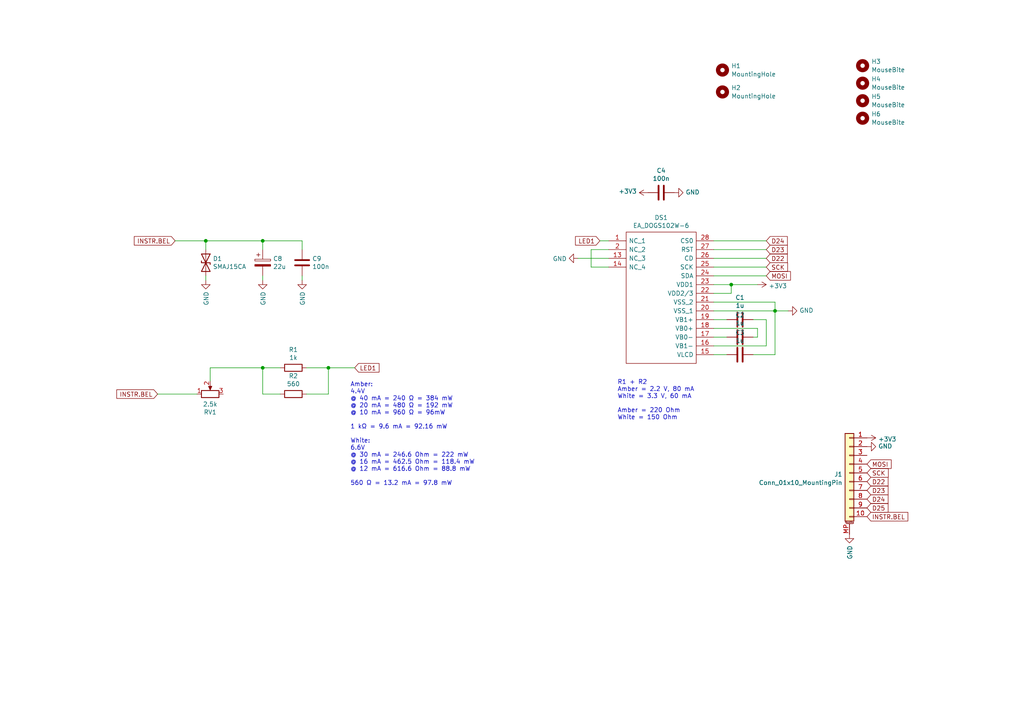
<source format=kicad_sch>
(kicad_sch (version 20230121) (generator eeschema)
  (paper "A4")
  (title_block (title "DOGS102") (date "2022-04-11") (rev "0.9.1") (company "fiz-o-matic.net"))
  (lib_symbols
    (symbol "Connector_Generic_MountingPin:Conn_01x10_MountingPin" (pin_names (offset 1.016) hide)
      (property "Reference" "J" (at 0 12.7 0))
      (property "Value" "Conn_01x10_MountingPin" (at 1.27 -15.24 0))
      (symbol "Conn_01x10_MountingPin_1_1"
        (rectangle (start -1.27 -12.573) (end 0 -12.827) (stroke (width 0.1524)))
        (rectangle (start -1.27 -10.033) (end 0 -10.287) (stroke (width 0.1524)))
        (rectangle (start -1.27 -7.493) (end 0 -7.747) (stroke (width 0.1524)))
        (rectangle (start -1.27 -4.953) (end 0 -5.207) (stroke (width 0.1524)))
        (rectangle (start -1.27 -2.413) (end 0 -2.667) (stroke (width 0.1524)))
        (rectangle (start -1.27 0.127) (end 0 -0.127) (stroke (width 0.1524)))
        (rectangle (start -1.27 2.667) (end 0 2.413) (stroke (width 0.1524)))
        (rectangle (start -1.27 5.207) (end 0 4.953) (stroke (width 0.1524)))
        (rectangle (start -1.27 7.747) (end 0 7.493) (stroke (width 0.1524)))
        (rectangle (start -1.27 10.287) (end 0 10.033) (stroke (width 0.1524)))
        (rectangle (start -1.27 11.43) (end 1.27 -13.97) (stroke (width 0.254)) (fill (type background)))
        (polyline (pts (xy -1.016 -14.732) (xy 1.016 -14.732)) (stroke (width 0.1524)))
        (text "Mounting" (at 0 -14.351 0) (effects (font (size 0.381 0.381))))
        (pin passive line (at -5.08 10.16 0) (length 3.81) (name "Pin_1") (number "1"))
        (pin passive line (at -5.08 -12.7 0) (length 3.81) (name "Pin_10") (number "10"))
        (pin passive line (at -5.08 7.62 0) (length 3.81) (name "Pin_2") (number "2"))
        (pin passive line (at -5.08 5.08 0) (length 3.81) (name "Pin_3") (number "3"))
        (pin passive line (at -5.08 2.54 0) (length 3.81) (name "Pin_4") (number "4"))
        (pin passive line (at -5.08 0 0) (length 3.81) (name "Pin_5") (number "5"))
        (pin passive line (at -5.08 -2.54 0) (length 3.81) (name "Pin_6") (number "6"))
        (pin passive line (at -5.08 -5.08 0) (length 3.81) (name "Pin_7") (number "7"))
        (pin passive line (at -5.08 -7.62 0) (length 3.81) (name "Pin_8") (number "8"))
        (pin passive line (at -5.08 -10.16 0) (length 3.81) (name "Pin_9") (number "9"))
        (pin passive line (at 0 -17.78 90) (length 3.048) (name "MountPin") (number "MP"))
      )
    )
    (symbol "Device:C" (pin_numbers hide) (pin_names (offset 0.254))
      (property "Reference" "C" (at 0.635 2.54 0))
      (property "Value" "C" (at 0.635 -2.54 0))
      (symbol "C_0_1"
        (polyline (pts (xy -2.032 -0.762) (xy 2.032 -0.762)) (stroke (width 0.508)))
        (polyline (pts (xy -2.032 0.762) (xy 2.032 0.762)) (stroke (width 0.508)))
      )
      (symbol "C_1_1"
        (pin passive line (at 0 3.81 270) (length 2.794) (name "~") (number "1"))
        (pin passive line (at 0 -3.81 90) (length 2.794) (name "~") (number "2"))
      )
    )
    (symbol "Device:D_TVS" (pin_numbers hide) (pin_names (offset 1.016) hide)
      (property "Reference" "D" (at 0 2.54 0))
      (property "Value" "D_TVS" (at 0 -2.54 0))
      (symbol "D_TVS_0_1"
        (polyline (pts (xy 1.27 0) (xy -1.27 0)))
        (polyline (pts (xy 0.508 1.27) (xy 0 1.27) (xy 0 -1.27) (xy -0.508 -1.27)) (stroke (width 0.254)))
        (polyline (pts (xy -2.54 1.27) (xy -2.54 -1.27) (xy 2.54 1.27) (xy 2.54 -1.27) (xy -2.54 1.27)) (stroke (width 0.254)))
      )
      (symbol "D_TVS_1_1"
        (pin passive line (at -3.81 0 0) (length 2.54) (name "A1") (number "1"))
        (pin passive line (at 3.81 0 180) (length 2.54) (name "A2") (number "2"))
      )
    )
    (symbol "Device:R" (pin_numbers hide) (pin_names (offset 0))
      (property "Reference" "R" (at 2.032 0 90))
      (property "Value" "R" (at 0 0 90))
      (symbol "R_0_1"
        (rectangle (start -1.016 -2.54) (end 1.016 2.54) (stroke (width 0.254)))
      )
      (symbol "R_1_1"
        (pin passive line (at 0 3.81 270) (length 1.27) (name "~") (number "1"))
        (pin passive line (at 0 -3.81 90) (length 1.27) (name "~") (number "2"))
      )
    )
    (symbol "Mechanical:MountingHole" (pin_names (offset 1.016))
      (property "Reference" "H" (at 0 5.08 0))
      (property "Value" "MountingHole" (at 0 3.175 0))
      (symbol "MountingHole_0_1"
        (circle (center 0 0) (radius 1.27) (stroke (width 1.27)))
      )
    )
    (symbol "dogs102-rescue:+3.3V-power" (power) (pin_names (offset 0))
      (property "Value" "+3.3V-power" (at 0 3.556 0))
      (symbol "+3.3V-power_0_1"
        (polyline (pts (xy -0.762 1.27) (xy 0 2.54)))
        (polyline (pts (xy 0 0) (xy 0 2.54)))
        (polyline (pts (xy 0 2.54) (xy 0.762 1.27)))
      )
      (symbol "+3.3V-power_1_1"
        (pin power_in line (at 0 0 90) (length 0) hide (name "+3V3") (number "1"))
      )
    )
    (symbol "dogs102-rescue:CP-Device" (pin_numbers hide) (pin_names (offset 0.254))
      (property "Reference" "C" (at 0.635 2.54 0))
      (property "Value" "Device_CP" (at 0.635 -2.54 0))
      (symbol "CP-Device_0_1"
        (rectangle (start -2.286 0.508) (end 2.286 1.016))
        (polyline (pts (xy -1.778 2.286) (xy -0.762 2.286)))
        (polyline (pts (xy -1.27 2.794) (xy -1.27 1.778)))
        (rectangle (start 2.286 -0.508) (end -2.286 -1.016) (fill (type outline)))
      )
      (symbol "CP-Device_1_1"
        (pin passive line (at 0 3.81 270) (length 2.794) (name "~") (number "1"))
        (pin passive line (at 0 -3.81 90) (length 2.794) (name "~") (number "2"))
      )
    )
    (symbol "dogs102-rescue:EA_DOGS102W-6-dogs102_n" (pin_names (offset 0.762))
      (property "Reference" "DS" (at 26.67 7.62 0))
      (property "Value" "EA_DOGS102W-6-dogs102_n" (at 26.67 5.08 0))
      (symbol "EA_DOGS102W-6-dogs102_n_0_0"
        (pin unspecified line (at 0 0 0) (length 5.08) (name "NC_1") (number "1"))
        (pin unspecified line (at 0 -5.08 0) (length 5.08) (name "NC_3") (number "13"))
        (pin unspecified line (at 0 -7.62 0) (length 5.08) (name "NC_4") (number "14"))
        (pin unspecified line (at 30.48 -33.02 180) (length 5.08) (name "VLCD") (number "15"))
        (pin unspecified line (at 30.48 -30.48 180) (length 5.08) (name "VB1-") (number "16"))
        (pin unspecified line (at 30.48 -27.94 180) (length 5.08) (name "VB0-") (number "17"))
        (pin unspecified line (at 30.48 -25.4 180) (length 5.08) (name "VB0+") (number "18"))
        (pin unspecified line (at 30.48 -22.86 180) (length 5.08) (name "VB1+") (number "19"))
        (pin unspecified line (at 0 -2.54 0) (length 5.08) (name "NC_2") (number "2"))
        (pin unspecified line (at 30.48 -20.32 180) (length 5.08) (name "VSS_1") (number "20"))
        (pin unspecified line (at 30.48 -17.78 180) (length 5.08) (name "VSS_2") (number "21"))
        (pin unspecified line (at 30.48 -15.24 180) (length 5.08) (name "VDD2/3") (number "22"))
        (pin unspecified line (at 30.48 -12.7 180) (length 5.08) (name "VDD1") (number "23"))
        (pin unspecified line (at 30.48 -10.16 180) (length 5.08) (name "SDA") (number "24"))
        (pin unspecified line (at 30.48 -7.62 180) (length 5.08) (name "SCK") (number "25"))
        (pin unspecified line (at 30.48 -5.08 180) (length 5.08) (name "CD") (number "26"))
        (pin unspecified line (at 30.48 -2.54 180) (length 5.08) (name "RST") (number "27"))
        (pin unspecified line (at 30.48 0 180) (length 5.08) (name "CS0") (number "28"))
      )
      (symbol "EA_DOGS102W-6-dogs102_n_0_1"
        (polyline (pts (xy 5.08 2.54) (xy 25.4 2.54) (xy 25.4 -35.56) (xy 5.08 -35.56) (xy 5.08 2.54)) (stroke (width 0.1524)))
      )
    )
    (symbol "dogs102-rescue:R_POT-Device" (pin_names (offset 1.016) hide)
      (property "Reference" "RV" (at -4.445 0 90))
      (property "Value" "Device_R_POT" (at -2.54 0 90))
      (symbol "R_POT-Device_0_1"
        (polyline (pts (xy 2.54 0) (xy 1.524 0)))
        (polyline (pts (xy 1.143 0) (xy 2.286 0.508) (xy 2.286 -0.508) (xy 1.143 0)) (fill (type outline)))
        (rectangle (start 1.016 2.54) (end -1.016 -2.54) (stroke (width 0.254)))
      )
      (symbol "R_POT-Device_1_1"
        (pin passive line (at 0 3.81 270) (length 1.27) (name "1") (number "1"))
        (pin passive line (at 3.81 0 180) (length 1.27) (name "2") (number "2"))
        (pin passive line (at 0 -3.81 90) (length 1.27) (name "3") (number "3"))
      )
    )
    (symbol "dogs102:DINA4_L" (pin_numbers hide) (pin_names (offset 1.016) hide)
      (symbol "DINA4_L_2_0"
        (polyline (pts (xy 0 0) (xy 0 5.08)))
        (polyline (pts (xy 0 0) (xy 71.12 0)))
        (polyline (pts (xy 0 5.08) (xy 0 15.24)))
        (polyline (pts (xy 0 5.08) (xy 71.12 5.08)))
        (polyline (pts (xy 0 15.24) (xy 0 22.86)))
        (polyline (pts (xy 0 22.86) (xy 0 35.56)))
        (polyline (pts (xy 0 22.86) (xy 101.6 22.86)))
        (polyline (pts (xy 71.12 0) (xy 101.6 0)))
        (polyline (pts (xy 71.12 5.08) (xy 71.12 0)))
        (polyline (pts (xy 71.12 5.08) (xy 87.63 5.08)))
        (polyline (pts (xy 87.63 5.08) (xy 101.6 5.08)))
        (polyline (pts (xy 87.63 15.24) (xy 0 15.24)))
        (polyline (pts (xy 87.63 15.24) (xy 87.63 5.08)))
        (polyline (pts (xy 101.6 5.08) (xy 101.6 0)))
        (polyline (pts (xy 101.6 15.24) (xy 87.63 15.24)))
        (polyline (pts (xy 101.6 15.24) (xy 101.6 5.08)))
        (polyline (pts (xy 101.6 22.86) (xy 101.6 15.24)))
        (polyline (pts (xy 101.6 35.56) (xy 0 35.56)))
        (polyline (pts (xy 101.6 35.56) (xy 101.6 22.86)))
        (text ">DRAWING_NAME" (at 30.48 20.066 0) (effects (font (size 2.032 2.032))))
        (text ">LAST_DATE_TIME" (at 27.3558 2.286 0) (effects (font (size 2.032 2.032))))
        (text ">SHEET" (at 92.2274 2.286 0) (effects (font (size 2.032 2.032))))
        (text "Date:" (at 6.1468 2.286 0) (effects (font (size 2.032 2.032))))
        (text "Document Number:" (at 16.9164 12.446 0) (effects (font (size 2.032 2.032))))
        (text "REV:" (at 92.8116 12.446 0) (effects (font (size 2.032 2.032))))
        (text "Sheet:" (at 78.2574 2.286 0) (effects (font (size 2.032 2.032))))
        (text "TITLE:" (at 7.1374 20.066 0) (effects (font (size 2.032 2.032))))
      )
    )
    (symbol "power:GND" (power) (pin_names (offset 0))
      (property "Value" "GND" (at 0 -3.81 0))
      (symbol "GND_0_1"
        (polyline (pts (xy 0 0) (xy 0 -1.27) (xy 1.27 -1.27) (xy 0 -2.54) (xy -1.27 -1.27) (xy 0 -1.27)))
      )
      (symbol "GND_1_1"
        (pin power_in line (at 0 0 270) (length 0) hide (name "GND") (number "1"))
      )
    )
  )
  (junction (at 59.69 69.85))
  (junction (at 95.25 106.68))
  (junction (at 212.09 82.55))
  (junction (at 76.2 106.68))
  (junction (at 76.2 69.85))
  (junction (at 224.79 90.17))
  (wire (pts (xy 207.01 82.55) (xy 212.09 82.55)))
  (wire (pts (xy 87.63 69.85) (xy 87.63 72.39)))
  (wire (pts (xy 76.2 69.85) (xy 87.63 69.85)))
  (wire (pts (xy 219.71 95.25) (xy 207.01 95.25)))
  (wire (pts (xy 212.09 85.09) (xy 212.09 82.55)))
  (wire (pts (xy 87.63 80.01) (xy 87.63 81.28)))
  (wire (pts (xy 222.25 100.33) (xy 222.25 92.71)))
  (wire (pts (xy 207.01 100.33) (xy 222.25 100.33)))
  (wire (pts (xy 207.01 90.17) (xy 224.79 90.17)))
  (wire (pts (xy 171.45 77.47) (xy 171.45 72.39)))
  (wire (pts (xy 59.69 80.01) (xy 59.69 81.28)))
  (wire (pts (xy 60.96 106.68) (xy 76.2 106.68)))
  (wire (pts (xy 171.45 72.39) (xy 176.53 72.39)))
  (wire (pts (xy 76.2 106.68) (xy 81.28 106.68)))
  (wire (pts (xy 224.79 87.63) (xy 224.79 90.17)))
  (wire (pts (xy 76.2 80.01) (xy 76.2 81.28)))
  (wire (pts (xy 59.69 69.85) (xy 76.2 69.85)))
  (wire (pts (xy 60.96 106.68) (xy 60.96 110.49)))
  (wire (pts (xy 224.79 90.17) (xy 224.79 102.87)))
  (wire (pts (xy 95.25 114.3) (xy 95.25 106.68)))
  (wire (pts (xy 218.44 97.79) (xy 219.71 97.79)))
  (wire (pts (xy 167.64 74.93) (xy 176.53 74.93)))
  (wire (pts (xy 95.25 106.68) (xy 102.87 106.68)))
  (wire (pts (xy 171.45 77.47) (xy 176.53 77.47)))
  (wire (pts (xy 207.01 72.39) (xy 222.25 72.39)))
  (wire (pts (xy 207.01 92.71) (xy 210.82 92.71)))
  (wire (pts (xy 76.2 69.85) (xy 76.2 72.39)))
  (wire (pts (xy 45.72 114.3) (xy 57.15 114.3)))
  (wire (pts (xy 207.01 97.79) (xy 210.82 97.79)))
  (wire (pts (xy 50.8 69.85) (xy 59.69 69.85)))
  (wire (pts (xy 207.01 77.47) (xy 222.25 77.47)))
  (wire (pts (xy 207.01 85.09) (xy 212.09 85.09)))
  (wire (pts (xy 224.79 102.87) (xy 218.44 102.87)))
  (wire (pts (xy 219.71 97.79) (xy 219.71 95.25)))
  (wire (pts (xy 207.01 80.01) (xy 222.25 80.01)))
  (wire (pts (xy 76.2 114.3) (xy 76.2 106.68)))
  (wire (pts (xy 88.9 106.68) (xy 95.25 106.68)))
  (wire (pts (xy 173.99 69.85) (xy 176.53 69.85)))
  (wire (pts (xy 88.9 114.3) (xy 95.25 114.3)))
  (wire (pts (xy 207.01 102.87) (xy 210.82 102.87)))
  (wire (pts (xy 81.28 114.3) (xy 76.2 114.3)))
  (wire (pts (xy 222.25 92.71) (xy 218.44 92.71)))
  (wire (pts (xy 224.79 90.17) (xy 228.6 90.17)))
  (wire (pts (xy 207.01 87.63) (xy 224.79 87.63)))
  (wire (pts (xy 212.09 82.55) (xy 219.71 82.55)))
  (wire (pts (xy 207.01 69.85) (xy 222.25 69.85)))
  (wire (pts (xy 207.01 74.93) (xy 222.25 74.93)))
  (wire (pts (xy 59.69 69.85) (xy 59.69 72.39)))
  (text "Amber:\n4.4V \n@ 40 mA = 240 Ω = 384 mW\n@ 20 mA = 480 Ω = 192 mW\n@ 10 mA = 960 Ω = 96mW\n\n1 kΩ = 9.6 mA = 92.16 mW\n\nWhite:\n6.6V \n@ 30 mA = 246.6 Ohm = 222 mW\n@ 16 mA = 462.5 Ohm = 118.4 mW\n@ 12 mA = 616.6 Ohm = 88.8 mW\n\n560 Ω = 13.2 mA = 97.8 mW" (at 101.6 140.97 0) (effects (font (size 1.27 1.27)) (justify left bottom)))
  (text "R1 + R2\nAmber = 2.2 V, 80 mA\nWhite = 3.3 V, 60 mA\n\nAmber = 220 Ohm\nWhite = 150 Ohm" (at 179.07 121.92 0) (effects (font (size 1.27 1.27)) (justify left bottom)))
  (global_label "D24" (shape input) (at 222.25 69.85 0) (property "Intersheetrefs" "${INTERSHEET_REFS}" (effects hide)))
  (global_label "MOSI" (shape input) (at 222.25 80.01 0) (property "Intersheetrefs" "${INTERSHEET_REFS}" (effects hide)))
  (global_label "SCK" (shape input) (at 251.46 137.16 0) (property "Intersheetrefs" "${INTERSHEET_REFS}" (effects hide)))
  (global_label "INSTR.BEL" (shape input) (at 50.8 69.85 180) (property "Intersheetrefs" "${INTERSHEET_REFS}" (effects hide)))
  (global_label "SCK" (shape input) (at 222.25 77.47 0) (property "Intersheetrefs" "${INTERSHEET_REFS}" (effects hide)))
  (global_label "INSTR.BEL" (shape input) (at 251.46 149.86 0) (property "Intersheetrefs" "${INTERSHEET_REFS}" (effects hide)))
  (global_label "D22" (shape input) (at 251.46 139.7 0) (property "Intersheetrefs" "${INTERSHEET_REFS}" (effects hide)))
  (global_label "LED1" (shape input) (at 173.99 69.85 180) (property "Intersheetrefs" "${INTERSHEET_REFS}" (effects hide)))
  (global_label "D22" (shape input) (at 222.25 74.93 0) (property "Intersheetrefs" "${INTERSHEET_REFS}" (effects hide)))
  (global_label "D25" (shape input) (at 251.46 147.32 0) (property "Intersheetrefs" "${INTERSHEET_REFS}" (effects hide)))
  (global_label "LED1" (shape input) (at 102.87 106.68 0) (property "Intersheetrefs" "${INTERSHEET_REFS}" (effects hide)))
  (global_label "D23" (shape input) (at 251.46 142.24 0) (property "Intersheetrefs" "${INTERSHEET_REFS}" (effects hide)))
  (global_label "INSTR.BEL" (shape input) (at 45.72 114.3 180) (property "Intersheetrefs" "${INTERSHEET_REFS}" (effects hide)))
  (global_label "D24" (shape input) (at 251.46 144.78 0) (property "Intersheetrefs" "${INTERSHEET_REFS}" (effects hide)))
  (global_label "MOSI" (shape input) (at 251.46 134.62 0) (property "Intersheetrefs" "${INTERSHEET_REFS}" (effects hide)))
  (global_label "D23" (shape input) (at 222.25 72.39 0) (property "Intersheetrefs" "${INTERSHEET_REFS}" (effects hide)))
  (symbol (lib_id "dogs102:DINA4_L") (at 31.75 207.01 0) (unit 1)
    (property "Reference" "#FRAME1" (effects hide))
  )
  (symbol (lib_id "dogs102-rescue:EA_DOGS102W-6-dogs102_n") (at 176.53 69.85 0) (unit 1)
    (property "Reference" "DS1" (at 191.77 63.119 0))
    (property "Value" "EA_DOGS102W-6" (at 191.77 65.4304 0))
    (property "Footprint" "fiz-o-matic:EA-DOGS102W-6" (effects hide))
    (property "Datasheet" "http://www.lcd-module.com/eng/pdf/grafik/dogs102-6e.pdf" (effects hide))
    (property "Description" "LCD Graphic Display Modules & Accessories FSTN (+) Transflect White Background" (effects hide))
    (property "Manufacturer_Name" "ELECTRONIC ASSEMBLY" (effects hide))
    (property "Manufacturer_Part_Number" "EA DOGS102W-6" (effects hide))
    (property "Mouser Part Number" "790-EADOGS102W-6" (effects hide))
    (property "Mouser Price/Stock" "https://www.mouser.com/Search/Refine.aspx?Keyword=790-EADOGS102W-6" (effects hide))
    (property "Price" "25.80" (effects hide))
  )
  (symbol (lib_id "Device:C") (at 214.63 97.79 270) (unit 1)
    (property "Reference" "C2" (at 214.63 91.3892 90))
    (property "Value" "1u" (at 214.63 93.7006 90))
    (property "Footprint" "Capacitor_SMD:C_0805_2012Metric" (effects hide))
    (property "Price" "0.34" (effects hide))
    (property "RS Price/Stock" "0,34" (effects hide))
  )
  (symbol (lib_id "Device:C") (at 214.63 92.71 270) (unit 1)
    (property "Reference" "C1" (at 214.63 86.3092 90))
    (property "Value" "1u" (at 214.63 88.6206 90))
    (property "Footprint" "Capacitor_SMD:C_0805_2012Metric" (effects hide))
    (property "Price" "0.34" (effects hide))
    (property "RS Price/Stock" "0,34" (effects hide))
  )
  (symbol (lib_id "Device:C") (at 214.63 102.87 270) (unit 1)
    (property "Reference" "C3" (at 214.63 96.4692 90))
    (property "Value" "1u" (at 214.63 98.7806 90))
    (property "Footprint" "Capacitor_SMD:C_0805_2012Metric" (effects hide))
    (property "Price" "0.34" (effects hide))
    (property "RS Price/Stock" "0,34" (effects hide))
  )
  (symbol (lib_id "dogs102-rescue:+3.3V-power") (at 219.71 82.55 270) (unit 1)
    (property "Reference" "#PWR0102" (effects hide))
    (property "Value" "+3.3V" (at 222.9612 82.931 90) (effects (justify left)))
  )
  (symbol (lib_id "Device:C") (at 191.77 55.88 270) (unit 1)
    (property "Reference" "C4" (at 191.77 49.4792 90))
    (property "Value" "100n" (at 191.77 51.7906 90))
    (property "Footprint" "Capacitor_SMD:C_0805_2012Metric" (effects hide))
    (property "Price" "0.09" (effects hide))
  )
  (symbol (lib_id "dogs102-rescue:+3.3V-power") (at 187.96 55.88 90) (unit 1)
    (property "Reference" "#PWR0113" (effects hide))
    (property "Value" "+3.3V" (at 184.7088 55.499 90) (effects (justify left)))
  )
  (symbol (lib_id "power:GND") (at 228.6 90.17 90) (unit 1)
    (property "Reference" "#PWR0115" (effects hide))
    (property "Value" "GND" (at 231.8512 90.043 90) (effects (justify right)))
  )
  (symbol (lib_id "power:GND") (at 195.58 55.88 90) (unit 1)
    (property "Reference" "#PWR0116" (effects hide))
    (property "Value" "GND" (at 198.8312 55.753 90) (effects (justify right)))
  )
  (symbol (lib_id "power:GND") (at 167.64 74.93 270) (unit 1)
    (property "Reference" "#PWR0120" (effects hide))
    (property "Value" "GND" (at 164.3888 75.057 90) (effects (justify right)))
  )
  (symbol (lib_id "dogs102-rescue:CP-Device") (at 76.2 76.2 0) (unit 1)
    (property "Reference" "C8" (at 79.1972 75.0316 0) (effects (justify left)))
    (property "Value" "22u" (at 79.1972 77.343 0) (effects (justify left)))
    (property "Footprint" "Capacitor_SMD:CP_Elec_5x3" (effects hide))
    (property "Price" "0.19" (effects hide))
  )
  (symbol (lib_id "Device:C") (at 87.63 76.2 0) (unit 1)
    (property "Reference" "C9" (at 90.551 75.0316 0) (effects (justify left)))
    (property "Value" "100n" (at 90.551 77.343 0) (effects (justify left)))
    (property "Footprint" "Capacitor_SMD:C_0805_2012Metric" (effects hide))
    (property "Price" "0.09" (effects hide))
  )
  (symbol (lib_id "Device:D_TVS") (at 59.69 76.2 270) (unit 1)
    (property "Reference" "D1" (at 61.722 75.0316 90) (effects (justify left)))
    (property "Value" "SMAJ15CA" (at 61.722 77.343 90) (effects (justify left)))
    (property "Footprint" "Diode_SMD:D_SMA" (effects hide))
    (property "Price" "0.37" (effects hide))
  )
  (symbol (lib_id "Device:R") (at 85.09 106.68 270) (unit 1)
    (property "Reference" "R1" (at 85.09 101.4222 90))
    (property "Value" "1k" (at 85.09 103.7336 90))
    (property "Footprint" "Resistor_SMD:R_0805_2012Metric" (effects hide))
    (property "Price" "0.09" (effects hide))
  )
  (symbol (lib_id "power:GND") (at 59.69 81.28 0) (unit 1)
    (property "Reference" "#PWR0121" (effects hide))
    (property "Value" "GND" (at 59.817 84.5312 90) (effects (justify right)))
  )
  (symbol (lib_id "power:GND") (at 76.2 81.28 0) (unit 1)
    (property "Reference" "#PWR0122" (effects hide))
    (property "Value" "GND" (at 76.327 84.5312 90) (effects (justify right)))
  )
  (symbol (lib_id "power:GND") (at 87.63 81.28 0) (unit 1)
    (property "Reference" "#PWR0123" (effects hide))
    (property "Value" "GND" (at 87.757 84.5312 90) (effects (justify right)))
  )
  (symbol (lib_id "dogs102-rescue:R_POT-Device") (at 60.96 114.3 90) (unit 1)
    (property "Reference" "RV1" (at 60.96 119.5578 90))
    (property "Value" "2.5k" (at 60.96 117.2464 90))
    (property "Footprint" "Potentiometer_THT:Potentiometer_Piher_PT-6-V_Vertical_Hole" (effects hide))
  )
  (symbol (lib_id "Mechanical:MountingHole") (at 250.19 24.13 0) (unit 1)
    (property "Reference" "H4" (at 252.73 22.9179 0) (effects (justify left)))
    (property "Value" "MouseBite" (at 252.73 25.3421 0) (effects (justify left)))
    (property "Footprint" "fiz-o-matic:mouse-bite-1mm-slot" (effects hide))
  )
  (symbol (lib_id "Device:R") (at 85.09 114.3 270) (unit 1)
    (property "Reference" "R2" (at 85.09 109.0422 90))
    (property "Value" "560" (at 85.09 111.3536 90))
    (property "Footprint" "Resistor_SMD:R_0805_2012Metric" (effects hide))
    (property "Price" "0.09" (effects hide))
  )
  (symbol (lib_id "Mechanical:MountingHole") (at 209.55 20.32 0) (unit 1)
    (property "Reference" "H1" (at 212.09 19.1079 0) (effects (justify left)))
    (property "Value" "MountingHole" (at 212.09 21.5321 0) (effects (justify left)))
    (property "Footprint" "MountingHole:MountingHole_2.2mm_M2" (effects hide))
  )
  (symbol (lib_id "dogs102-rescue:+3.3V-power") (at 251.46 127 270) (unit 1)
    (property "Reference" "#PWR01" (effects hide))
    (property "Value" "+3.3V" (at 254.7112 127.381 90) (effects (justify left)))
  )
  (symbol (lib_id "power:GND") (at 246.38 154.94 0) (unit 1)
    (property "Reference" "#PWR03" (effects hide))
    (property "Value" "GND" (at 246.507 158.1912 90) (effects (justify right)))
  )
  (symbol (lib_id "Mechanical:MountingHole") (at 250.19 34.29 0) (unit 1)
    (property "Reference" "H6" (at 252.73 33.0779 0) (effects (justify left)))
    (property "Value" "MouseBite" (at 252.73 35.5021 0) (effects (justify left)))
    (property "Footprint" "fiz-o-matic:mouse-bite-1mm-slot" (effects hide))
  )
  (symbol (lib_id "Mechanical:MountingHole") (at 250.19 19.05 0) (unit 1)
    (property "Reference" "H3" (at 252.73 17.8379 0) (effects (justify left)))
    (property "Value" "MouseBite" (at 252.73 20.2621 0) (effects (justify left)))
    (property "Footprint" "fiz-o-matic:mouse-bite-1mm-slot" (effects hide))
  )
  (symbol (lib_id "Mechanical:MountingHole") (at 250.19 29.21 0) (unit 1)
    (property "Reference" "H5" (at 252.73 27.9979 0) (effects (justify left)))
    (property "Value" "MouseBite" (at 252.73 30.4221 0) (effects (justify left)))
    (property "Footprint" "fiz-o-matic:mouse-bite-1mm-slot" (effects hide))
  )
  (symbol (lib_id "Mechanical:MountingHole") (at 209.55 26.67 0) (unit 1)
    (property "Reference" "H2" (at 212.09 25.4579 0) (effects (justify left)))
    (property "Value" "MountingHole" (at 212.09 27.8821 0) (effects (justify left)))
    (property "Footprint" "MountingHole:MountingHole_2.2mm_M2" (effects hide))
  )
  (symbol (lib_id "power:GND") (at 251.46 129.54 90) (unit 1)
    (property "Reference" "#PWR02" (effects hide))
    (property "Value" "GND" (at 254.7112 129.413 90) (effects (justify right)))
  )
  (symbol (lib_id "Connector_Generic_MountingPin:Conn_01x10_MountingPin") (at 246.38 137.16 0) (mirror y) (unit 1)
    (property "Reference" "J1" (at 244.348 137.5735 0) (effects (justify left)))
    (property "Value" "Conn_01x10_MountingPin" (at 244.348 139.9977 0) (effects (justify left)))
    (property "Footprint" "Connector_JST:JST_SH_SM10B-SRSS-TB_1x10-1MP_P1.00mm_Horizontal" (effects hide))
    (property "Price" "0.97" (effects hide))
  )
)
</source>
